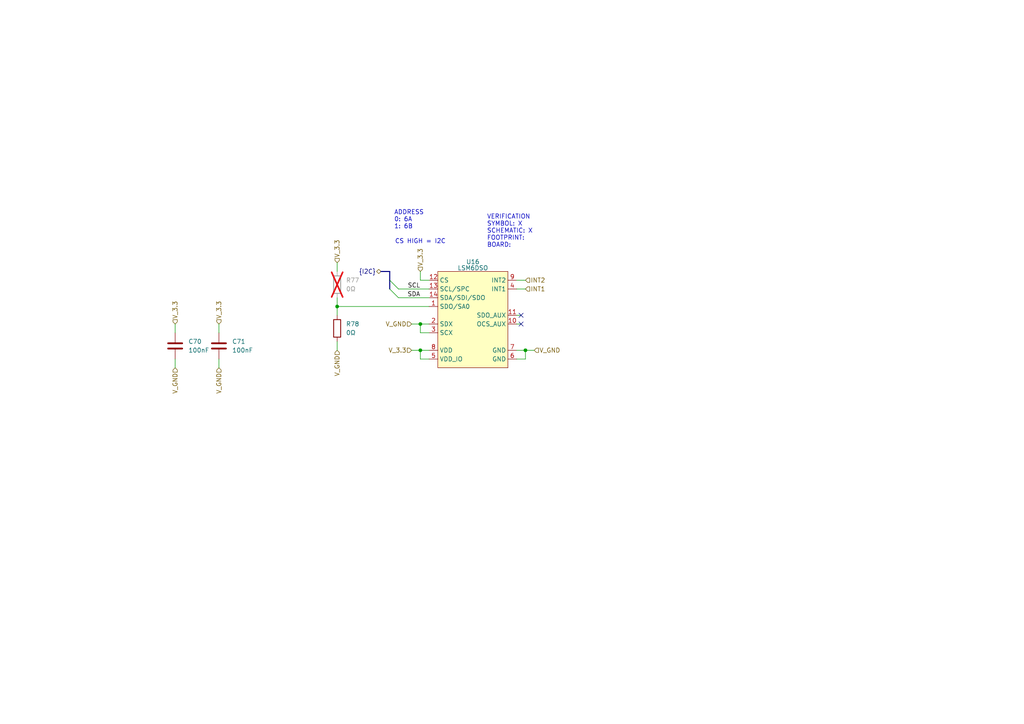
<source format=kicad_sch>
(kicad_sch (version 20231120) (generator "eeschema") (generator_version "8.0")
  (paper "A4")
  (lib_symbols
    (symbol "CUBESAT:LSM6DSO"
      (property "Reference" "U" (at 0 16.764 0))
      (property "Value" "LSM6DSO" (at 0 14.986 0))
      (symbol "LSM6DSO_0_0"
        (pin output line (at -12.7 3.81 0) (length 2.54) (name "SDO/SA0") (number "1"))
        (pin passive line (at 12.7 -1.27 180) (length 2.54) (name "OCS_AUX") (number "10"))
        (pin passive line (at 12.7 1.27 180) (length 2.54) (name "SDO_AUX") (number "11"))
        (pin input line (at -12.7 11.43 0) (length 2.54) (name "CS") (number "12"))
        (pin input line (at -12.7 8.89 0) (length 2.54) (name "SCL/SPC") (number "13"))
        (pin input line (at -12.7 6.35 0) (length 2.54) (name "SDA/SDI/SDO") (number "14"))
        (pin input line (at -12.7 -1.27 0) (length 2.54) (name "SDX") (number "2"))
        (pin input line (at -12.7 -3.81 0) (length 2.54) (name "SCX") (number "3"))
        (pin output line (at 12.7 8.89 180) (length 2.54) (name "INT1") (number "4"))
        (pin power_in line (at -12.7 -11.43 0) (length 2.54) (name "VDD_IO") (number "5"))
        (pin power_in line (at 12.7 -11.43 180) (length 2.54) (name "GND") (number "6"))
        (pin power_in line (at 12.7 -8.89 180) (length 2.54) (name "GND") (number "7"))
        (pin power_in line (at -12.7 -8.89 0) (length 2.54) (name "VDD") (number "8"))
        (pin output line (at 12.7 11.43 180) (length 2.54) (name "INT2") (number "9"))
      )
      (symbol "LSM6DSO_1_1"
        (rectangle (start -10.16 13.97) (end 10.16 -13.97) (fill (type background)))
        (text "" (at 0.254 14.986 0) (effects (font (size 1.27 1.27))))
      )
    )
    (symbol "Device:C" (pin_numbers hide) (pin_names (offset 0.254))
      (property "Reference" "C" (at 0.635 2.54 0))
      (property "Value" "C" (at 0.635 -2.54 0))
      (symbol "C_0_1"
        (polyline (pts (xy -2.032 -0.762) (xy 2.032 -0.762)) (stroke (width 0.508)))
        (polyline (pts (xy -2.032 0.762) (xy 2.032 0.762)) (stroke (width 0.508)))
      )
      (symbol "C_1_1"
        (pin passive line (at 0 3.81 270) (length 2.794) (name "~") (number "1"))
        (pin passive line (at 0 -3.81 90) (length 2.794) (name "~") (number "2"))
      )
    )
    (symbol "Device:R" (pin_numbers hide) (pin_names (offset 0))
      (property "Reference" "R" (at 2.032 0 90))
      (property "Value" "R" (at 0 0 90))
      (symbol "R_0_1"
        (rectangle (start -1.016 -2.54) (end 1.016 2.54) (stroke (width 0.254)))
      )
      (symbol "R_1_1"
        (pin passive line (at 0 3.81 270) (length 1.27) (name "~") (number "1"))
        (pin passive line (at 0 -3.81 90) (length 1.27) (name "~") (number "2"))
      )
    )
  )
  (junction (at 152.4 101.6))
  (junction (at 121.92 101.6))
  (junction (at 121.92 93.98))
  (junction (at 97.79 88.9))
  (no_connect (at 151.13 91.44))
  (no_connect (at 151.13 93.98))
  (bus_entry (at 113.03 81.28) (size 2.54 2.54))
  (bus_entry (at 113.03 83.82) (size 2.54 2.54))
  (wire (pts (xy 124.46 104.14) (xy 121.92 104.14)))
  (wire (pts (xy 121.92 93.98) (xy 124.46 93.98)))
  (wire (pts (xy 121.92 104.14) (xy 121.92 101.6)))
  (wire (pts (xy 152.4 101.6) (xy 149.86 101.6)))
  (wire (pts (xy 152.4 104.14) (xy 152.4 101.6)))
  (wire (pts (xy 151.13 91.44) (xy 149.86 91.44)))
  (wire (pts (xy 124.46 96.52) (xy 121.92 96.52)))
  (wire (pts (xy 121.92 81.28) (xy 124.46 81.28)))
  (wire (pts (xy 121.92 96.52) (xy 121.92 93.98)))
  (wire (pts (xy 97.79 91.44) (xy 97.79 88.9)))
  (wire (pts (xy 115.57 83.82) (xy 124.46 83.82)))
  (wire (pts (xy 121.92 101.6) (xy 124.46 101.6)))
  (bus (pts (xy 113.03 81.28) (xy 113.03 83.82)))
  (bus (pts (xy 110.49 78.74) (xy 113.03 78.74)))
  (wire (pts (xy 97.79 76.2) (xy 97.79 78.74)))
  (wire (pts (xy 121.92 78.74) (xy 121.92 81.28)))
  (wire (pts (xy 119.38 101.6) (xy 121.92 101.6)))
  (wire (pts (xy 154.94 101.6) (xy 152.4 101.6)))
  (wire (pts (xy 63.5 106.68) (xy 63.5 104.14)))
  (wire (pts (xy 152.4 81.28) (xy 149.86 81.28)))
  (wire (pts (xy 97.79 88.9) (xy 124.46 88.9)))
  (bus (pts (xy 113.03 78.74) (xy 113.03 81.28)))
  (wire (pts (xy 63.5 96.52) (xy 63.5 93.98)))
  (wire (pts (xy 151.13 93.98) (xy 149.86 93.98)))
  (wire (pts (xy 152.4 83.82) (xy 149.86 83.82)))
  (wire (pts (xy 149.86 104.14) (xy 152.4 104.14)))
  (wire (pts (xy 50.8 106.68) (xy 50.8 104.14)))
  (wire (pts (xy 50.8 96.52) (xy 50.8 93.98)))
  (wire (pts (xy 97.79 88.9) (xy 97.79 86.36)))
  (wire (pts (xy 97.79 101.6) (xy 97.79 99.06)))
  (wire (pts (xy 119.38 93.98) (xy 121.92 93.98)))
  (wire (pts (xy 115.57 86.36) (xy 124.46 86.36)))
  (text "ADDRESS\n0: 6A\n1: 6B" (at 114.3 60.96 0) (effects (font (size 1.27 1.27)) (justify left top)))
  (text "VERIFICATION\nSYMBOL: X\nSCHEMATIC: X\nFOOTPRINT:\nBOARD: " (at 141.224 62.23 0) (effects (font (size 1.27 1.27)) (justify left top)))
  (text "CS HIGH = I2C" (at 121.92 70.104 0) (effects (font (size 1.27 1.27))))
  (label "SCL" (at 121.92 83.82 180))
  (label "SDA" (at 121.92 86.36 180))
  (hierarchical_label "V_3.3" (shape input) (at 121.92 78.74 90))
  (hierarchical_label "V_GND" (shape input) (at 63.5 106.68 270))
  (hierarchical_label "V_GND" (shape input) (at 97.79 101.6 270))
  (hierarchical_label "{I2C}" (shape bidirectional) (at 110.49 78.74 180))
  (hierarchical_label "V_GND" (shape input) (at 154.94 101.6 0))
  (hierarchical_label "INT1" (shape input) (at 152.4 83.82 0))
  (hierarchical_label "V_GND" (shape input) (at 50.8 106.68 270))
  (hierarchical_label "INT2" (shape input) (at 152.4 81.28 0))
  (hierarchical_label "V_3.3" (shape input) (at 50.8 93.98 90))
  (hierarchical_label "V_GND" (shape input) (at 119.38 93.98 180))
  (hierarchical_label "V_3.3" (shape input) (at 97.79 76.2 90))
  (hierarchical_label "V_3.3" (shape input) (at 119.38 101.6 180))
  (hierarchical_label "V_3.3" (shape input) (at 63.5 93.98 90))
  (symbol (lib_id "Device:R") (at 97.79 95.25 0) (unit 1)
    (property "Reference" "R78" (at 100.33 93.9799 0) (effects (justify left)))
    (property "Value" "0Ω" (at 100.33 96.5199 0) (effects (justify left)))
    (property "Description" "Resistor" (effects (hide yes)))
    (instances (project "control" (path "" (reference "R78") (unit 1)) (path "" (reference "R27") (unit 1))))
  )
  (symbol (lib_id "Device:R") (at 97.79 82.55 0) (unit 1) (dnp yes)
    (property "Reference" "R77" (at 100.33 81.2799 0) (effects (justify left)))
    (property "Value" "0Ω" (at 100.33 83.8199 0) (effects (justify left)))
    (property "Description" "Resistor" (effects (hide yes)))
    (instances (project "control" (path "" (reference "R77") (unit 1)) (path "" (reference "R26") (unit 1))))
  )
  (symbol (lib_id "Device:C") (at 50.8 100.33 0) (unit 1)
    (property "Reference" "C70" (at 54.61 99.0599 0) (effects (justify left)))
    (property "Value" "100nF" (at 54.61 101.5999 0) (effects (justify left)))
    (property "Description" "Unpolarized capacitor" (effects (hide yes)))
    (instances (project "control" (path "" (reference "C70") (unit 1)) (path "" (reference "C38") (unit 1))))
  )
  (symbol (lib_id "Device:C") (at 63.5 100.33 0) (unit 1)
    (property "Reference" "C71" (at 67.31 99.0599 0) (effects (justify left)))
    (property "Value" "100nF" (at 67.31 101.5999 0) (effects (justify left)))
    (property "Description" "Unpolarized capacitor" (effects (hide yes)))
    (instances (project "control" (path "" (reference "C71") (unit 1)) (path "" (reference "C39") (unit 1))))
  )
  (symbol (lib_id "CUBESAT:LSM6DSO") (at 137.16 92.71 0) (unit 1)
    (property "Reference" "U16" (at 137.16 75.946 0))
    (property "Value" "LSM6DSO" (at 137.16 77.724 0))
    (property "Datasheet" "https://www.st.com/resource/en/datasheet/lsm6dso.pdf" (effects (hide yes)))
    (property "Description" "The LSM6DSO is a 6-axis IMU (inertial measurement unit) system-in-package featuring a 3-axis digital accelerometer and a 3-axis digital gyroscope, boosting performance at 0.55 mA in high-performance mode and enabling always-on lowpower features for an optimal motion experience for the consumer." (effects (hide yes)))
    (instances (project "control" (path "" (reference "U16") (unit 1)) (path "" (reference "U9") (unit 1))))
  )
)
</source>
